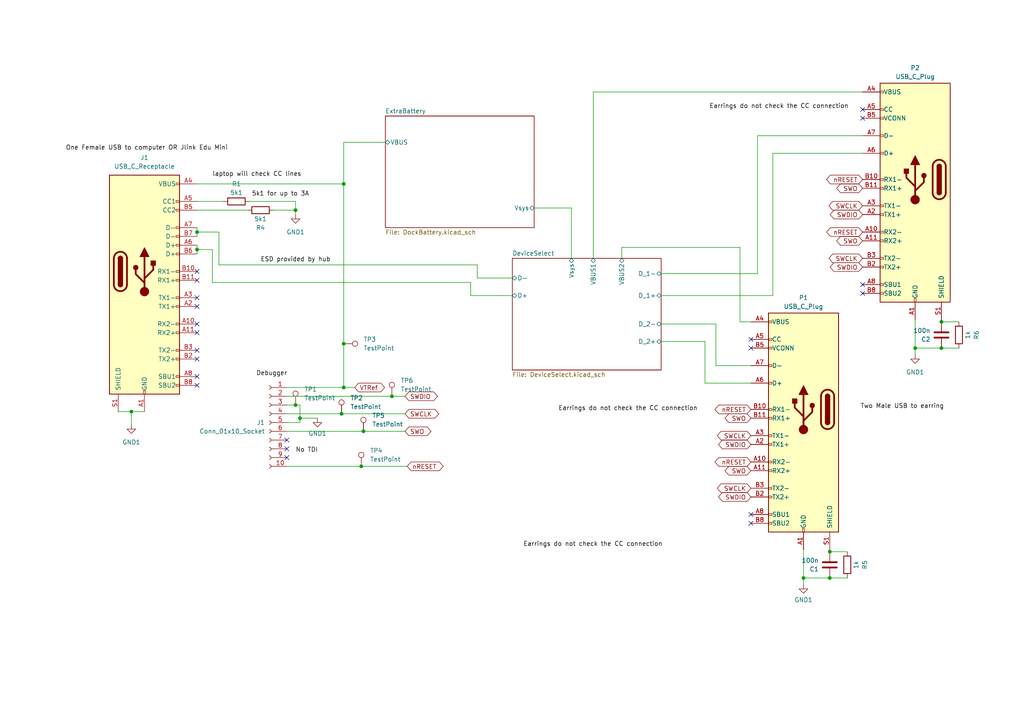
<source format=kicad_sch>
(kicad_sch (version 20230121) (generator eeschema)
  (paper "A4")
  (lib_symbols
    (symbol "Connector:Conn_01x10_Socket" (pin_names (offset 1.016) hide)
      (property "Reference" "J" (at 0 12.7 0))
      (property "Value" "Conn_01x10_Socket" (at 0 -15.24 0))
      (symbol "Conn_01x10_Socket_1_1"
        (arc (start 0 -12.192) (mid -0.5058 -12.7) (end 0 -13.208) (stroke (width 0.1524)))
        (arc (start 0 -9.652) (mid -0.5058 -10.16) (end 0 -10.668) (stroke (width 0.1524)))
        (arc (start 0 -7.112) (mid -0.5058 -7.62) (end 0 -8.128) (stroke (width 0.1524)))
        (arc (start 0 -4.572) (mid -0.5058 -5.08) (end 0 -5.588) (stroke (width 0.1524)))
        (arc (start 0 -2.032) (mid -0.5058 -2.54) (end 0 -3.048) (stroke (width 0.1524)))
        (polyline (pts (xy -1.27 -12.7) (xy -0.508 -12.7)) (stroke (width 0.1524)))
        (polyline (pts (xy -1.27 -10.16) (xy -0.508 -10.16)) (stroke (width 0.1524)))
        (polyline (pts (xy -1.27 -7.62) (xy -0.508 -7.62)) (stroke (width 0.1524)))
        (polyline (pts (xy -1.27 -5.08) (xy -0.508 -5.08)) (stroke (width 0.1524)))
        (polyline (pts (xy -1.27 -2.54) (xy -0.508 -2.54)) (stroke (width 0.1524)))
        (polyline (pts (xy -1.27 0) (xy -0.508 0)) (stroke (width 0.1524)))
        (polyline (pts (xy -1.27 2.54) (xy -0.508 2.54)) (stroke (width 0.1524)))
        (polyline (pts (xy -1.27 5.08) (xy -0.508 5.08)) (stroke (width 0.1524)))
        (polyline (pts (xy -1.27 7.62) (xy -0.508 7.62)) (stroke (width 0.1524)))
        (polyline (pts (xy -1.27 10.16) (xy -0.508 10.16)) (stroke (width 0.1524)))
        (arc (start 0 0.508) (mid -0.5058 0) (end 0 -0.508) (stroke (width 0.1524)))
        (arc (start 0 3.048) (mid -0.5058 2.54) (end 0 2.032) (stroke (width 0.1524)))
        (arc (start 0 5.588) (mid -0.5058 5.08) (end 0 4.572) (stroke (width 0.1524)))
        (arc (start 0 8.128) (mid -0.5058 7.62) (end 0 7.112) (stroke (width 0.1524)))
        (arc (start 0 10.668) (mid -0.5058 10.16) (end 0 9.652) (stroke (width 0.1524)))
        (pin passive line (at -5.08 10.16 0) (length 3.81) (name "Pin_1") (number "1"))
        (pin passive line (at -5.08 -12.7 0) (length 3.81) (name "Pin_10") (number "10"))
        (pin passive line (at -5.08 7.62 0) (length 3.81) (name "Pin_2") (number "2"))
        (pin passive line (at -5.08 5.08 0) (length 3.81) (name "Pin_3") (number "3"))
        (pin passive line (at -5.08 2.54 0) (length 3.81) (name "Pin_4") (number "4"))
        (pin passive line (at -5.08 0 0) (length 3.81) (name "Pin_5") (number "5"))
        (pin passive line (at -5.08 -2.54 0) (length 3.81) (name "Pin_6") (number "6"))
        (pin passive line (at -5.08 -5.08 0) (length 3.81) (name "Pin_7") (number "7"))
        (pin passive line (at -5.08 -7.62 0) (length 3.81) (name "Pin_8") (number "8"))
        (pin passive line (at -5.08 -10.16 0) (length 3.81) (name "Pin_9") (number "9"))
      )
    )
    (symbol "Connector:TestPoint" (pin_numbers hide) (pin_names (offset 0.762) hide)
      (property "Reference" "TP" (at 0 6.858 0))
      (property "Value" "TestPoint" (at 0 5.08 0))
      (symbol "TestPoint_0_1"
        (circle (center 0 3.302) (radius 0.762))
      )
      (symbol "TestPoint_1_1"
        (pin passive line (at 0 0 90) (length 2.54) (name "1") (number "1"))
      )
    )
    (symbol "Connector:USB_C_Plug" (pin_names (offset 1.016))
      (property "Reference" "P" (at -10.16 29.21 0))
      (property "Value" "USB_C_Plug" (at 10.16 29.21 0))
      (symbol "USB_C_Plug_0_0"
        (rectangle (start -0.254 -35.56) (end 0.254 -34.544))
        (rectangle (start 10.16 -32.766) (end 9.144 -33.274))
        (rectangle (start 10.16 -30.226) (end 9.144 -30.734))
        (rectangle (start 10.16 -25.146) (end 9.144 -25.654))
        (rectangle (start 10.16 -22.606) (end 9.144 -23.114))
        (rectangle (start 10.16 -17.526) (end 9.144 -18.034))
        (rectangle (start 10.16 -14.986) (end 9.144 -15.494))
        (rectangle (start 10.16 -9.906) (end 9.144 -10.414))
        (rectangle (start 10.16 -7.366) (end 9.144 -7.874))
        (rectangle (start 10.16 -2.286) (end 9.144 -2.794))
        (rectangle (start 10.16 0.254) (end 9.144 -0.254))
        (rectangle (start 10.16 7.874) (end 9.144 7.366))
        (rectangle (start 10.16 12.954) (end 9.144 12.446))
        (rectangle (start 10.16 18.034) (end 9.144 17.526))
        (rectangle (start 10.16 20.574) (end 9.144 20.066))
        (rectangle (start 10.16 25.654) (end 9.144 25.146))
      )
      (symbol "USB_C_Plug_0_1"
        (rectangle (start -10.16 27.94) (end 10.16 -35.56) (stroke (width 0.254)) (fill (type background)))
        (arc (start -8.89 -3.81) (mid -6.985 -5.7067) (end -5.08 -3.81) (stroke (width 0.508)))
        (arc (start -7.62 -3.81) (mid -6.985 -4.4423) (end -6.35 -3.81) (stroke (width 0.254)))
        (arc (start -7.62 -3.81) (mid -6.985 -4.4423) (end -6.35 -3.81) (stroke (width 0.254)) (fill (type outline)))
        (rectangle (start -7.62 -3.81) (end -6.35 3.81) (stroke (width 0.254)) (fill (type outline)))
        (arc (start -6.35 3.81) (mid -6.985 4.4423) (end -7.62 3.81) (stroke (width 0.254)))
        (arc (start -6.35 3.81) (mid -6.985 4.4423) (end -7.62 3.81) (stroke (width 0.254)) (fill (type outline)))
        (arc (start -5.08 3.81) (mid -6.985 5.7067) (end -8.89 3.81) (stroke (width 0.508)))
        (polyline (pts (xy -8.89 -3.81) (xy -8.89 3.81)) (stroke (width 0.508)))
        (polyline (pts (xy -5.08 3.81) (xy -5.08 -3.81)) (stroke (width 0.508)))
      )
      (symbol "USB_C_Plug_1_1"
        (circle (center -2.54 1.143) (radius 0.635) (stroke (width 0.254)) (fill (type outline)))
        (circle (center 0 -5.842) (radius 1.27) (fill (type outline)))
        (polyline (pts (xy 0 -5.842) (xy 0 4.318)) (stroke (width 0.508)))
        (polyline (pts (xy 0 -3.302) (xy -2.54 -0.762) (xy -2.54 0.508)) (stroke (width 0.508)))
        (polyline (pts (xy 0 -2.032) (xy 2.54 0.508) (xy 2.54 1.778)) (stroke (width 0.508)))
        (polyline (pts (xy -1.27 4.318) (xy 0 6.858) (xy 1.27 4.318) (xy -1.27 4.318)) (stroke (width 0.254)) (fill (type outline)))
        (rectangle (start 1.905 1.778) (end 3.175 3.048) (stroke (width 0.254)) (fill (type outline)))
        (pin passive line (at 0 -40.64 90) (length 5.08) (name "GND") (number "A1"))
        (pin bidirectional line (at 15.24 -15.24 180) (length 5.08) (name "RX2-") (number "A10"))
        (pin bidirectional line (at 15.24 -17.78 180) (length 5.08) (name "RX2+") (number "A11"))
        (pin passive line (at 0 -40.64 90) (length 5.08) hide (name "GND") (number "A12"))
        (pin bidirectional line (at 15.24 -10.16 180) (length 5.08) (name "TX1+") (number "A2"))
        (pin bidirectional line (at 15.24 -7.62 180) (length 5.08) (name "TX1-") (number "A3"))
        (pin passive line (at 15.24 25.4 180) (length 5.08) (name "VBUS") (number "A4"))
        (pin bidirectional line (at 15.24 20.32 180) (length 5.08) (name "CC") (number "A5"))
        (pin bidirectional line (at 15.24 7.62 180) (length 5.08) (name "D+") (number "A6"))
        (pin bidirectional line (at 15.24 12.7 180) (length 5.08) (name "D-") (number "A7"))
        (pin bidirectional line (at 15.24 -30.48 180) (length 5.08) (name "SBU1") (number "A8"))
        (pin passive line (at 15.24 25.4 180) (length 5.08) hide (name "VBUS") (number "A9"))
        (pin passive line (at 0 -40.64 90) (length 5.08) hide (name "GND") (number "B1"))
        (pin bidirectional line (at 15.24 0 180) (length 5.08) (name "RX1-") (number "B10"))
        (pin bidirectional line (at 15.24 -2.54 180) (length 5.08) (name "RX1+") (number "B11"))
        (pin passive line (at 0 -40.64 90) (length 5.08) hide (name "GND") (number "B12"))
        (pin bidirectional line (at 15.24 -25.4 180) (length 5.08) (name "TX2+") (number "B2"))
        (pin bidirectional line (at 15.24 -22.86 180) (length 5.08) (name "TX2-") (number "B3"))
        (pin passive line (at 15.24 25.4 180) (length 5.08) hide (name "VBUS") (number "B4"))
        (pin bidirectional line (at 15.24 17.78 180) (length 5.08) (name "VCONN") (number "B5"))
        (pin bidirectional line (at 15.24 -33.02 180) (length 5.08) (name "SBU2") (number "B8"))
        (pin passive line (at 15.24 25.4 180) (length 5.08) hide (name "VBUS") (number "B9"))
        (pin passive line (at -7.62 -40.64 90) (length 5.08) (name "SHIELD") (number "S1"))
      )
    )
    (symbol "Connector:USB_C_Receptacle" (pin_names (offset 1.016))
      (property "Reference" "J" (at -10.16 29.21 0))
      (property "Value" "USB_C_Receptacle" (at 10.16 29.21 0))
      (symbol "USB_C_Receptacle_0_0"
        (rectangle (start -0.254 -35.56) (end 0.254 -34.544))
        (rectangle (start 10.16 -32.766) (end 9.144 -33.274))
        (rectangle (start 10.16 -30.226) (end 9.144 -30.734))
        (rectangle (start 10.16 -25.146) (end 9.144 -25.654))
        (rectangle (start 10.16 -22.606) (end 9.144 -23.114))
        (rectangle (start 10.16 -17.526) (end 9.144 -18.034))
        (rectangle (start 10.16 -14.986) (end 9.144 -15.494))
        (rectangle (start 10.16 -9.906) (end 9.144 -10.414))
        (rectangle (start 10.16 -7.366) (end 9.144 -7.874))
        (rectangle (start 10.16 -2.286) (end 9.144 -2.794))
        (rectangle (start 10.16 0.254) (end 9.144 -0.254))
        (rectangle (start 10.16 5.334) (end 9.144 4.826))
        (rectangle (start 10.16 7.874) (end 9.144 7.366))
        (rectangle (start 10.16 10.414) (end 9.144 9.906))
        (rectangle (start 10.16 12.954) (end 9.144 12.446))
        (rectangle (start 10.16 18.034) (end 9.144 17.526))
        (rectangle (start 10.16 20.574) (end 9.144 20.066))
        (rectangle (start 10.16 25.654) (end 9.144 25.146))
      )
      (symbol "USB_C_Receptacle_0_1"
        (rectangle (start -10.16 27.94) (end 10.16 -35.56) (stroke (width 0.254)) (fill (type background)))
        (arc (start -8.89 -3.81) (mid -6.985 -5.7067) (end -5.08 -3.81) (stroke (width 0.508)))
        (arc (start -7.62 -3.81) (mid -6.985 -4.4423) (end -6.35 -3.81) (stroke (width 0.254)))
        (arc (start -7.62 -3.81) (mid -6.985 -4.4423) (end -6.35 -3.81) (stroke (width 0.254)) (fill (type outline)))
        (rectangle (start -7.62 -3.81) (end -6.35 3.81) (stroke (width 0.254)) (fill (type outline)))
        (arc (start -6.35 3.81) (mid -6.985 4.4423) (end -7.62 3.81) (stroke (width 0.254)))
        (arc (start -6.35 3.81) (mid -6.985 4.4423) (end -7.62 3.81) (stroke (width 0.254)) (fill (type outline)))
        (arc (start -5.08 3.81) (mid -6.985 5.7067) (end -8.89 3.81) (stroke (width 0.508)))
        (polyline (pts (xy -8.89 -3.81) (xy -8.89 3.81)) (stroke (width 0.508)))
        (polyline (pts (xy -5.08 3.81) (xy -5.08 -3.81)) (stroke (width 0.508)))
      )
      (symbol "USB_C_Receptacle_1_1"
        (circle (center -2.54 1.143) (radius 0.635) (stroke (width 0.254)) (fill (type outline)))
        (circle (center 0 -5.842) (radius 1.27) (fill (type outline)))
        (polyline (pts (xy 0 -5.842) (xy 0 4.318)) (stroke (width 0.508)))
        (polyline (pts (xy 0 -3.302) (xy -2.54 -0.762) (xy -2.54 0.508)) (stroke (width 0.508)))
        (polyline (pts (xy 0 -2.032) (xy 2.54 0.508) (xy 2.54 1.778)) (stroke (width 0.508)))
        (polyline (pts (xy -1.27 4.318) (xy 0 6.858) (xy 1.27 4.318) (xy -1.27 4.318)) (stroke (width 0.254)) (fill (type outline)))
        (rectangle (start 1.905 1.778) (end 3.175 3.048) (stroke (width 0.254)) (fill (type outline)))
        (pin passive line (at 0 -40.64 90) (length 5.08) (name "GND") (number "A1"))
        (pin bidirectional line (at 15.24 -15.24 180) (length 5.08) (name "RX2-") (number "A10"))
        (pin bidirectional line (at 15.24 -17.78 180) (length 5.08) (name "RX2+") (number "A11"))
        (pin passive line (at 0 -40.64 90) (length 5.08) hide (name "GND") (number "A12"))
        (pin bidirectional line (at 15.24 -10.16 180) (length 5.08) (name "TX1+") (number "A2"))
        (pin bidirectional line (at 15.24 -7.62 180) (length 5.08) (name "TX1-") (number "A3"))
        (pin passive line (at 15.24 25.4 180) (length 5.08) (name "VBUS") (number "A4"))
        (pin bidirectional line (at 15.24 20.32 180) (length 5.08) (name "CC1") (number "A5"))
        (pin bidirectional line (at 15.24 7.62 180) (length 5.08) (name "D+") (number "A6"))
        (pin bidirectional line (at 15.24 12.7 180) (length 5.08) (name "D-") (number "A7"))
        (pin bidirectional line (at 15.24 -30.48 180) (length 5.08) (name "SBU1") (number "A8"))
        (pin passive line (at 15.24 25.4 180) (length 5.08) hide (name "VBUS") (number "A9"))
        (pin passive line (at 0 -40.64 90) (length 5.08) hide (name "GND") (number "B1"))
        (pin bidirectional line (at 15.24 0 180) (length 5.08) (name "RX1-") (number "B10"))
        (pin bidirectional line (at 15.24 -2.54 180) (length 5.08) (name "RX1+") (number "B11"))
        (pin passive line (at 0 -40.64 90) (length 5.08) hide (name "GND") (number "B12"))
        (pin bidirectional line (at 15.24 -25.4 180) (length 5.08) (name "TX2+") (number "B2"))
        (pin bidirectional line (at 15.24 -22.86 180) (length 5.08) (name "TX2-") (number "B3"))
        (pin passive line (at 15.24 25.4 180) (length 5.08) hide (name "VBUS") (number "B4"))
        (pin bidirectional line (at 15.24 17.78 180) (length 5.08) (name "CC2") (number "B5"))
        (pin bidirectional line (at 15.24 5.08 180) (length 5.08) (name "D+") (number "B6"))
        (pin bidirectional line (at 15.24 10.16 180) (length 5.08) (name "D-") (number "B7"))
        (pin bidirectional line (at 15.24 -33.02 180) (length 5.08) (name "SBU2") (number "B8"))
        (pin passive line (at 15.24 25.4 180) (length 5.08) hide (name "VBUS") (number "B9"))
        (pin passive line (at -7.62 -40.64 90) (length 5.08) (name "SHIELD") (number "S1"))
      )
    )
    (symbol "Device:C" (pin_numbers hide) (pin_names (offset 0.254))
      (property "Reference" "C" (at 0.635 2.54 0))
      (property "Value" "C" (at 0.635 -2.54 0))
      (symbol "C_0_1"
        (polyline (pts (xy -2.032 -0.762) (xy 2.032 -0.762)) (stroke (width 0.508)))
        (polyline (pts (xy -2.032 0.762) (xy 2.032 0.762)) (stroke (width 0.508)))
      )
      (symbol "C_1_1"
        (pin passive line (at 0 3.81 270) (length 2.794) (name "~") (number "1"))
        (pin passive line (at 0 -3.81 90) (length 2.794) (name "~") (number "2"))
      )
    )
    (symbol "Device:R" (pin_numbers hide) (pin_names (offset 0))
      (property "Reference" "R" (at 2.032 0 90))
      (property "Value" "R" (at 0 0 90))
      (symbol "R_0_1"
        (rectangle (start -1.016 -2.54) (end 1.016 2.54) (stroke (width 0.254)))
      )
      (symbol "R_1_1"
        (pin passive line (at 0 3.81 270) (length 1.27) (name "~") (number "1"))
        (pin passive line (at 0 -3.81 90) (length 1.27) (name "~") (number "2"))
      )
    )
    (symbol "power:GND1" (power) (pin_names (offset 0))
      (property "Value" "GND1" (at 0 -3.81 0))
      (symbol "GND1_0_1"
        (polyline (pts (xy 0 0) (xy 0 -1.27) (xy 1.27 -1.27) (xy 0 -2.54) (xy -1.27 -1.27) (xy 0 -1.27)))
      )
      (symbol "GND1_1_1"
        (pin power_in line (at 0 0 270) (length 0) hide (name "GND1") (number "1"))
      )
    )
  )
  (junction (at 105.41 125.095))
  (junction (at 240.665 160.02))
  (junction (at 99.695 112.395))
  (junction (at 85.725 60.96))
  (junction (at 99.06 120.015))
  (junction (at 85.725 117.475))
  (junction (at 57.15 72.39))
  (junction (at 273.05 93.345))
  (junction (at 113.665 114.935))
  (junction (at 104.775 135.255))
  (junction (at 265.43 100.965))
  (junction (at 99.695 99.695))
  (junction (at 233.045 167.64))
  (junction (at 273.05 100.965))
  (junction (at 240.665 167.64))
  (junction (at 38.1 119.38))
  (junction (at 99.695 53.34))
  (junction (at 86.995 121.285))
  (junction (at 57.15 67.31))
  (no_connect (at 250.19 85.09))
  (no_connect (at 57.15 86.36))
  (no_connect (at 83.185 127.635))
  (no_connect (at 57.15 78.74))
  (no_connect (at 250.19 34.29))
  (no_connect (at 83.185 132.715))
  (no_connect (at 217.805 100.965))
  (no_connect (at 57.15 109.22))
  (no_connect (at 217.805 151.765))
  (no_connect (at 250.19 82.55))
  (no_connect (at 217.805 149.225))
  (no_connect (at 57.15 88.9))
  (no_connect (at 57.15 93.98))
  (no_connect (at 57.15 96.52))
  (no_connect (at 217.805 98.425))
  (no_connect (at 57.15 81.28))
  (no_connect (at 83.185 130.175))
  (no_connect (at 250.19 31.75))
  (no_connect (at 57.15 111.76))
  (no_connect (at 57.15 104.14))
  (no_connect (at 57.15 101.6))
  (wire (pts (xy 99.695 99.695) (xy 99.695 112.395)))
  (wire (pts (xy 57.15 67.31) (xy 63.5 67.31)))
  (wire (pts (xy 99.06 120.015) (xy 83.185 120.015)))
  (wire (pts (xy 85.725 58.42) (xy 85.725 60.96)))
  (wire (pts (xy 57.15 58.42) (xy 64.77 58.42)))
  (wire (pts (xy 136.525 85.725) (xy 148.59 85.725)))
  (wire (pts (xy 63.5 67.31) (xy 63.5 76.835)))
  (wire (pts (xy 61.595 81.915) (xy 136.525 81.915)))
  (wire (pts (xy 61.595 81.915) (xy 61.595 72.39)))
  (wire (pts (xy 191.77 85.725) (xy 224.155 85.725)))
  (wire (pts (xy 278.13 93.345) (xy 273.05 93.345)))
  (wire (pts (xy 86.995 121.285) (xy 86.995 122.555)))
  (wire (pts (xy 99.695 112.395) (xy 102.87 112.395)))
  (wire (pts (xy 63.5 76.835) (xy 138.43 76.835)))
  (wire (pts (xy 34.29 119.38) (xy 38.1 119.38)))
  (wire (pts (xy 191.77 93.98) (xy 207.645 93.98)))
  (wire (pts (xy 233.045 159.385) (xy 233.045 167.64)))
  (wire (pts (xy 240.665 159.385) (xy 240.665 160.02)))
  (wire (pts (xy 154.94 60.325) (xy 165.735 60.325)))
  (wire (pts (xy 86.995 117.475) (xy 86.995 121.285)))
  (wire (pts (xy 86.995 122.555) (xy 83.185 122.555)))
  (wire (pts (xy 57.15 71.12) (xy 57.15 72.39)))
  (wire (pts (xy 92.075 121.285) (xy 86.995 121.285)))
  (wire (pts (xy 224.155 44.45) (xy 250.19 44.45)))
  (wire (pts (xy 214.63 71.755) (xy 214.63 93.345)))
  (wire (pts (xy 245.745 160.02) (xy 240.665 160.02)))
  (wire (pts (xy 265.43 92.71) (xy 265.43 100.965)))
  (wire (pts (xy 207.645 93.98) (xy 207.645 106.045)))
  (wire (pts (xy 207.645 106.045) (xy 217.805 106.045)))
  (wire (pts (xy 85.725 60.96) (xy 79.375 60.96)))
  (wire (pts (xy 113.665 114.935) (xy 83.185 114.935)))
  (wire (pts (xy 111.76 41.275) (xy 99.695 41.275)))
  (wire (pts (xy 240.665 167.64) (xy 245.745 167.64)))
  (wire (pts (xy 99.695 41.275) (xy 99.695 53.34)))
  (wire (pts (xy 180.34 71.755) (xy 180.34 74.93)))
  (wire (pts (xy 104.775 135.255) (xy 118.11 135.255)))
  (wire (pts (xy 219.71 39.37) (xy 250.19 39.37)))
  (wire (pts (xy 240.665 167.64) (xy 233.045 167.64)))
  (wire (pts (xy 83.185 112.395) (xy 99.695 112.395)))
  (wire (pts (xy 204.47 111.125) (xy 217.805 111.125)))
  (wire (pts (xy 138.43 80.645) (xy 148.59 80.645)))
  (wire (pts (xy 83.185 135.255) (xy 104.775 135.255)))
  (wire (pts (xy 57.15 53.34) (xy 99.695 53.34)))
  (wire (pts (xy 57.15 72.39) (xy 57.15 73.66)))
  (wire (pts (xy 233.045 169.545) (xy 233.045 167.64)))
  (wire (pts (xy 99.695 53.34) (xy 99.695 99.695)))
  (wire (pts (xy 57.15 67.31) (xy 57.15 68.58)))
  (wire (pts (xy 72.39 58.42) (xy 85.725 58.42)))
  (wire (pts (xy 117.475 120.015) (xy 99.06 120.015)))
  (wire (pts (xy 57.15 60.96) (xy 71.755 60.96)))
  (wire (pts (xy 41.91 119.38) (xy 38.1 119.38)))
  (wire (pts (xy 83.185 125.095) (xy 105.41 125.095)))
  (wire (pts (xy 138.43 76.835) (xy 138.43 80.645)))
  (wire (pts (xy 117.475 114.935) (xy 113.665 114.935)))
  (wire (pts (xy 57.15 66.04) (xy 57.15 67.31)))
  (wire (pts (xy 217.805 93.345) (xy 214.63 93.345)))
  (wire (pts (xy 172.085 26.67) (xy 250.19 26.67)))
  (wire (pts (xy 172.085 26.67) (xy 172.085 74.93)))
  (wire (pts (xy 191.77 79.375) (xy 219.71 79.375)))
  (wire (pts (xy 83.185 117.475) (xy 85.725 117.475)))
  (wire (pts (xy 85.725 117.475) (xy 86.995 117.475)))
  (wire (pts (xy 219.71 39.37) (xy 219.71 79.375)))
  (wire (pts (xy 204.47 111.125) (xy 204.47 99.06)))
  (wire (pts (xy 165.735 60.325) (xy 165.735 74.93)))
  (wire (pts (xy 38.1 119.38) (xy 38.1 123.19)))
  (wire (pts (xy 204.47 99.06) (xy 191.77 99.06)))
  (wire (pts (xy 136.525 81.915) (xy 136.525 85.725)))
  (wire (pts (xy 180.34 71.755) (xy 214.63 71.755)))
  (wire (pts (xy 273.05 100.965) (xy 265.43 100.965)))
  (wire (pts (xy 265.43 102.87) (xy 265.43 100.965)))
  (wire (pts (xy 273.05 100.965) (xy 278.13 100.965)))
  (wire (pts (xy 105.41 125.095) (xy 117.475 125.095)))
  (wire (pts (xy 85.725 62.23) (xy 85.725 60.96)))
  (wire (pts (xy 224.155 85.725) (xy 224.155 44.45)))
  (wire (pts (xy 273.05 92.71) (xy 273.05 93.345)))
  (wire (pts (xy 61.595 72.39) (xy 57.15 72.39)))
  (label "One Female USB to computer OR Jlink Edu Mini" (at 19.05 43.815 0))
  (label "Debugger" (at 74.295 109.22 0))
  (label "Earrings do not check the CC connection" (at 205.74 31.75 0))
  (label "Two Male USB to earring" (at 249.555 118.745 0))
  (label "laptop will check CC lines" (at 61.595 51.435 0))
  (label "Earrings do not check the CC connection" (at 151.765 158.75 0))
  (label "Earrings do not check the CC connection" (at 161.925 119.38 0))
  (label "5k1 for up to 3A" (at 73.025 57.15 0))
  (label "No TDI" (at 85.725 131.445 0))
  (label "ESD provided by hub" (at 75.565 76.2 0))
  (global_label "SWDIO" (shape bidirectional) (at 217.805 144.145 180) (property "Intersheetrefs" "${INTERSHEET_REFS}" (effects hide)))
  (global_label "SWO" (shape bidirectional) (at 250.19 54.61 180) (property "Intersheetrefs" "${INTERSHEET_REFS}" (effects hide)))
  (global_label "nRESET" (shape bidirectional) (at 118.11 135.255 0) (property "Intersheetrefs" "${INTERSHEET_REFS}" (effects hide)))
  (global_label "VTRef" (shape bidirectional) (at 102.87 112.395 0) (property "Intersheetrefs" "${INTERSHEET_REFS}" (effects hide)))
  (global_label "SWDIO" (shape bidirectional) (at 250.19 62.23 180) (property "Intersheetrefs" "${INTERSHEET_REFS}" (effects hide)))
  (global_label "SWDIO" (shape bidirectional) (at 250.19 77.47 180) (property "Intersheetrefs" "${INTERSHEET_REFS}" (effects hide)))
  (global_label "nRESET" (shape bidirectional) (at 217.805 118.745 180) (property "Intersheetrefs" "${INTERSHEET_REFS}" (effects hide)))
  (global_label "SWO" (shape bidirectional) (at 250.19 69.85 180) (property "Intersheetrefs" "${INTERSHEET_REFS}" (effects hide)))
  (global_label "nRESET" (shape bidirectional) (at 250.19 67.31 180) (property "Intersheetrefs" "${INTERSHEET_REFS}" (effects hide)))
  (global_label "SWDIO" (shape bidirectional) (at 217.805 128.905 180) (property "Intersheetrefs" "${INTERSHEET_REFS}" (effects hide)))
  (global_label "SWO" (shape bidirectional) (at 117.475 125.095 0) (property "Intersheetrefs" "${INTERSHEET_REFS}" (effects hide)))
  (global_label "SWCLK" (shape bidirectional) (at 217.805 141.605 180) (property "Intersheetrefs" "${INTERSHEET_REFS}" (effects hide)))
  (global_label "SWCLK" (shape bidirectional) (at 117.475 120.015 0) (property "Intersheetrefs" "${INTERSHEET_REFS}" (effects hide)))
  (global_label "SWO" (shape bidirectional) (at 217.805 136.525 180) (property "Intersheetrefs" "${INTERSHEET_REFS}" (effects hide)))
  (global_label "SWDIO" (shape bidirectional) (at 117.475 114.935 0) (property "Intersheetrefs" "${INTERSHEET_REFS}" (effects hide)))
  (global_label "SWCLK" (shape bidirectional) (at 250.19 74.93 180) (property "Intersheetrefs" "${INTERSHEET_REFS}" (effects hide)))
  (global_label "SWO" (shape bidirectional) (at 217.805 121.285 180) (property "Intersheetrefs" "${INTERSHEET_REFS}" (effects hide)))
  (global_label "nRESET" (shape bidirectional) (at 217.805 133.985 180) (property "Intersheetrefs" "${INTERSHEET_REFS}" (effects hide)))
  (global_label "SWCLK" (shape bidirectional) (at 217.805 126.365 180) (property "Intersheetrefs" "${INTERSHEET_REFS}" (effects hide)))
  (global_label "nRESET" (shape bidirectional) (at 250.19 52.07 180) (property "Intersheetrefs" "${INTERSHEET_REFS}" (effects hide)))
  (global_label "SWCLK" (shape bidirectional) (at 250.19 59.69 180) (property "Intersheetrefs" "${INTERSHEET_REFS}" (effects hide)))
  (symbol (lib_id "Connector:USB_C_Receptacle") (at 41.91 78.74 0) (unit 1)
    (property "Reference" "J1" (at 41.91 45.72 0))
    (property "Value" "USB_C_Receptacle" (at 41.91 48.26 0))
    (property "Footprint" "easyeda2kicad:TYPE-C-SMD_C9900025773" (effects hide))
    (property "Datasheet" "https://www.usb.org/sites/default/files/documents/usb_type-c.zip" (effects hide))
    (property "LCSC Part" "C5156605" (effects hide))
  )
  (symbol (lib_id "Connector:TestPoint") (at 113.665 114.935 0) (unit 1)
    (property "Reference" "TP6" (at 116.205 110.363 0) (effects (justify left)))
    (property "Value" "TestPoint" (at 116.205 112.903 0) (effects (justify left)))
    (property "Footprint" "TestPoint:TestPoint_Pad_D1.0mm" (effects hide))
  )
  (symbol (lib_id "power:GND1") (at 265.43 102.87 0) (unit 1)
    (property "Reference" "#PWR?" (effects hide))
    (property "Value" "GND1" (at 265.43 107.95 0))
  )
  (symbol (lib_id "Device:R") (at 68.58 58.42 270) (mirror x) (unit 1)
    (property "Reference" "R1" (at 68.58 53.34 90))
    (property "Value" "5k1" (at 68.58 55.88 90))
    (property "Footprint" "Resistor_SMD:R_0402_1005Metric_Pad0.72x0.64mm_HandSolder" (effects hide))
    (property "LCSC Part" "C103086" (effects hide))
  )
  (symbol (lib_id "power:GND1") (at 85.725 62.23 0) (unit 1)
    (property "Reference" "#PWR?" (effects hide))
    (property "Value" "GND1" (at 85.725 67.31 0))
  )
  (symbol (lib_id "Connector:Conn_01x10_Socket") (at 78.105 122.555 0) (mirror y) (unit 1)
    (property "Reference" "J1" (at 76.835 122.555 0) (effects (justify left)))
    (property "Value" "Conn_01x10_Socket" (at 76.835 125.095 0) (effects (justify left)))
    (property "Footprint" "easyeda2kicad:HDR-TH_10P-P1.27-V-M-R2-C5-S1.27-1" (effects hide))
    (property "LCSC Part" "C2935953" (effects hide))
  )
  (symbol (lib_id "Connector:TestPoint") (at 85.725 117.475 0) (unit 1)
    (property "Reference" "TP1" (at 88.265 112.903 0) (effects (justify left)))
    (property "Value" "TestPoint" (at 88.265 115.443 0) (effects (justify left)))
    (property "Footprint" "TestPoint:TestPoint_Pad_D1.0mm" (effects hide))
  )
  (symbol (lib_id "Connector:TestPoint") (at 99.695 99.695 270) (unit 1)
    (property "Reference" "TP3" (at 105.41 98.425 90) (effects (justify left)))
    (property "Value" "TestPoint" (at 105.41 100.965 90) (effects (justify left)))
    (property "Footprint" "TestPoint:TestPoint_Pad_D1.0mm" (effects hide))
  )
  (symbol (lib_id "power:GND1") (at 92.075 121.285 0) (unit 1)
    (property "Reference" "#PWR?" (effects hide))
    (property "Value" "GND1" (at 92.075 125.73 0))
  )
  (symbol (lib_id "Connector:TestPoint") (at 104.775 135.255 0) (unit 1)
    (property "Reference" "TP4" (at 107.315 130.683 0) (effects (justify left)))
    (property "Value" "TestPoint" (at 107.315 133.223 0) (effects (justify left)))
    (property "Footprint" "TestPoint:TestPoint_Pad_D1.0mm" (effects hide))
  )
  (symbol (lib_id "Connector:TestPoint") (at 105.41 125.095 0) (unit 1)
    (property "Reference" "TP5" (at 107.95 120.523 0) (effects (justify left)))
    (property "Value" "TestPoint" (at 107.95 123.063 0) (effects (justify left)))
    (property "Footprint" "TestPoint:TestPoint_Pad_D1.0mm" (effects hide))
  )
  (symbol (lib_id "Connector:TestPoint") (at 99.06 120.015 0) (unit 1)
    (property "Reference" "TP2" (at 101.6 115.443 0) (effects (justify left)))
    (property "Value" "TestPoint" (at 101.6 117.983 0) (effects (justify left)))
    (property "Footprint" "TestPoint:TestPoint_Pad_D1.0mm" (effects hide))
  )
  (symbol (lib_id "Device:R") (at 75.565 60.96 270) (unit 1)
    (property "Reference" "R4" (at 75.565 66.04 90))
    (property "Value" "5k1" (at 75.565 63.5 90))
    (property "Footprint" "Resistor_SMD:R_0402_1005Metric_Pad0.72x0.64mm_HandSolder" (effects hide))
    (property "LCSC Part" "C103086" (effects hide))
  )
  (symbol (lib_id "Connector:USB_C_Plug") (at 265.43 52.07 0) (mirror y) (unit 1)
    (property "Reference" "P2" (at 265.43 19.685 0))
    (property "Value" "USB_C_Plug" (at 265.43 22.225 0))
    (property "Footprint" "easyeda2kicad:USB-C-SMD_TYPE-C-24P-GTJB-040" (effects hide))
    (property "Datasheet" "https://www.usb.org/sites/default/files/documents/usb_type-c.zip" (effects hide))
    (property "LCSC Part" "C2763095" (effects hide))
  )
  (symbol (lib_id "Connector:USB_C_Plug") (at 233.045 118.745 0) (mirror y) (unit 1)
    (property "Reference" "P1" (at 233.045 86.36 0))
    (property "Value" "USB_C_Plug" (at 233.045 88.9 0))
    (property "Footprint" "easyeda2kicad:USB-C-SMD_TYPE-C-24P-GTJB-040" (effects hide))
    (property "Datasheet" "https://www.usb.org/sites/default/files/documents/usb_type-c.zip" (effects hide))
    (property "LCSC Part" "C2763095" (effects hide))
  )
  (symbol (lib_id "power:GND1") (at 233.045 169.545 0) (unit 1)
    (property "Reference" "#PWR?" (effects hide))
    (property "Value" "GND1" (at 233.045 173.99 0))
  )
  (symbol (lib_id "Device:C") (at 240.665 163.83 180) (unit 1)
    (property "Reference" "C1" (at 237.49 165.1 0) (effects (justify left)))
    (property "Value" "100n" (at 237.49 162.56 0) (effects (justify left)))
    (property "Footprint" "Capacitor_SMD:C_0402_1005Metric_Pad0.74x0.62mm_HandSolder" (effects hide))
    (property "LCSC Part" "C60474 " (effects hide))
  )
  (symbol (lib_id "Device:C") (at 273.05 97.155 180) (unit 1)
    (property "Reference" "C2" (at 269.875 98.425 0) (effects (justify left)))
    (property "Value" "100n" (at 269.875 95.885 0) (effects (justify left)))
    (property "Footprint" "Capacitor_SMD:C_0402_1005Metric_Pad0.74x0.62mm_HandSolder" (effects hide))
    (property "LCSC Part" "C60474 " (effects hide))
  )
  (symbol (lib_id "power:GND1") (at 38.1 123.19 0) (unit 1)
    (property "Reference" "#PWR?" (effects hide))
    (property "Value" "GND1" (at 38.1 128.27 0))
  )
  (symbol (lib_id "Device:R") (at 278.13 97.155 0) (unit 1)
    (property "Reference" "R6" (at 283.21 97.155 90))
    (property "Value" "1k" (at 280.67 97.155 90))
    (property "Footprint" "Resistor_SMD:R_0402_1005Metric_Pad0.72x0.64mm_HandSolder" (effects hide))
    (property "LCSC Part" "C60488 " (effects hide))
  )
  (symbol (lib_id "Device:R") (at 245.745 163.83 0) (unit 1)
    (property "Reference" "R5" (at 250.825 163.83 90))
    (property "Value" "1k" (at 248.285 163.83 90))
    (property "Footprint" "Resistor_SMD:R_0402_1005Metric_Pad0.72x0.64mm_HandSolder" (effects hide))
    (property "LCSC Part" "C60488 " (effects hide))
  )
  (sheet (at 111.76 33.655) (size 43.18 32.385) (stroke (width 0.1524))
    (property "Sheetname" "ExtraBattery" (at 111.76 32.9434 0) (effects (justify left bottom)))
    (property "Sheetfile" "DockBattery.kicad_sch" (at 111.76 66.6246 0) (effects (justify left top)))
    (pin "VBUS" bidirectional (at 111.76 41.275 180))
    (pin "Vsys" bidirectional (at 154.94 60.325 0))
  )
  (sheet (at 148.59 74.93) (size 43.18 32.385) (stroke (width 0.1524))
    (property "Sheetname" "DeviceSelect" (at 148.59 74.2184 0) (effects (justify left bottom)))
    (property "Sheetfile" "DeviceSelect.kicad_sch" (at 148.59 107.8996 0) (effects (justify left top)))
    (pin "D+" bidirectional (at 148.59 85.725 180))
    (pin "D-" bidirectional (at 148.59 80.645 180))
    (pin "VBUS1" bidirectional (at 172.085 74.93 90))
    (pin "VBUS2" bidirectional (at 180.34 74.93 90))
    (pin "Vsys" bidirectional (at 165.735 74.93 90))
    (pin "D_2-" bidirectional (at 191.77 93.98 0))
    (pin "D_1-" bidirectional (at 191.77 79.375 0))
    (pin "D_2+" bidirectional (at 191.77 99.06 0))
    (pin "D_1+" bidirectional (at 191.77 85.725 0))
  )
)
</source>
